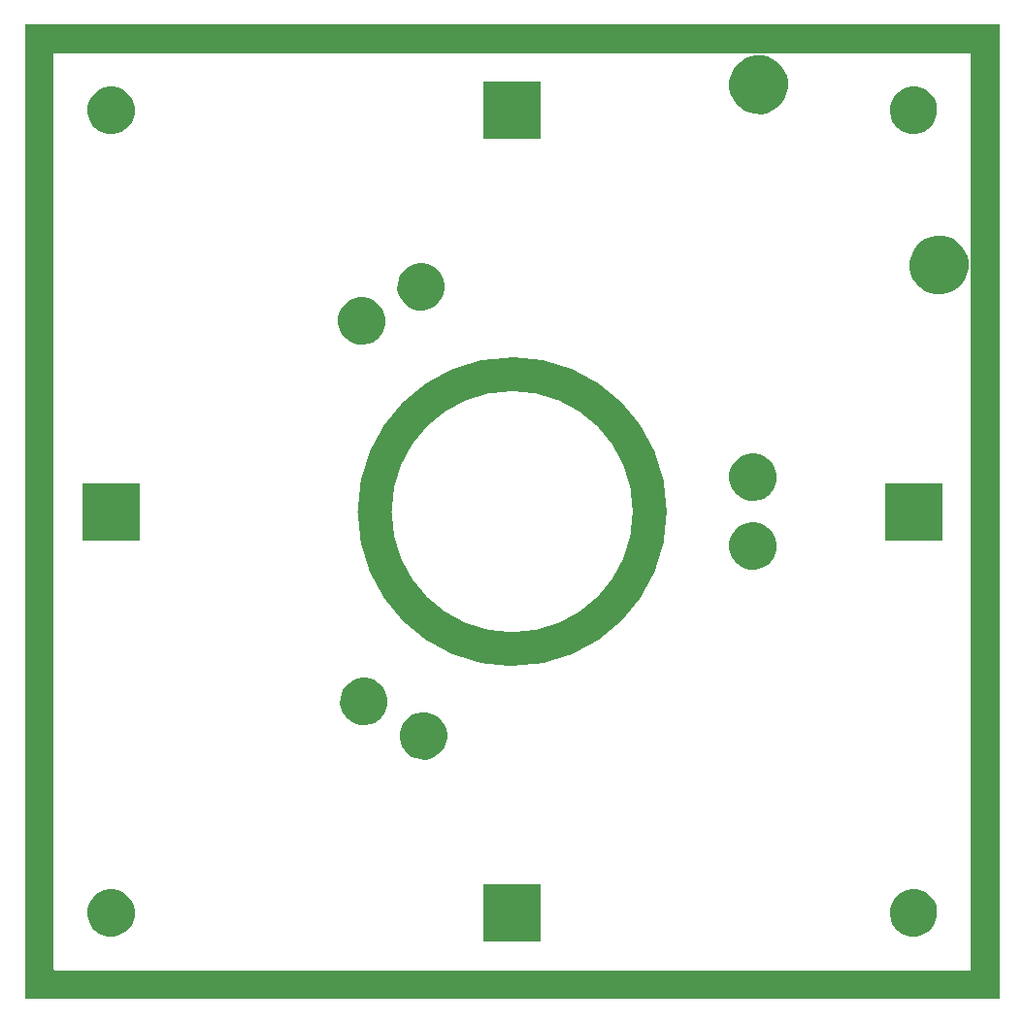
<source format=gbs>
G04 #@! TF.FileFunction,Soldermask,Bot*
%FSLAX46Y46*%
G04 Gerber Fmt 4.6, Leading zero omitted, Abs format (unit mm)*
G04 Created by KiCad (PCBNEW 4.0.2-stable) date Tue 18 Apr 2017 08:05:02 AM CEST*
%MOMM*%
G01*
G04 APERTURE LIST*
%ADD10C,0.100000*%
%ADD11C,3.000000*%
G04 APERTURE END LIST*
D10*
D11*
X112000000Y-100000000D02*
G75*
G03X112000000Y-100000000I-12000000J0D01*
G01*
D10*
G36*
X142500000Y-142500000D02*
X60040592Y-142500000D01*
X60023180Y-142502474D01*
X60006769Y-142509943D01*
X60000000Y-142514299D01*
X60000000Y-142515778D01*
X57500000Y-142515778D01*
X57500000Y-60062500D01*
X60000000Y-60062500D01*
X60000000Y-139937500D01*
X60002474Y-139954912D01*
X60009702Y-139970945D01*
X60021110Y-139984331D01*
X60035795Y-139994008D01*
X60052595Y-139999210D01*
X60062500Y-140000000D01*
X139937500Y-140000000D01*
X139954912Y-139997526D01*
X139970945Y-139990298D01*
X139984331Y-139978890D01*
X139994008Y-139964205D01*
X139999210Y-139947405D01*
X140000000Y-139937500D01*
X140000000Y-60062500D01*
X139997526Y-60045088D01*
X139990298Y-60029055D01*
X139978890Y-60015669D01*
X139964205Y-60005992D01*
X139947405Y-60000790D01*
X139937500Y-60000000D01*
X60062500Y-60000000D01*
X60045088Y-60002474D01*
X60029055Y-60009702D01*
X60015669Y-60021110D01*
X60005992Y-60035795D01*
X60000790Y-60052595D01*
X60000000Y-60062500D01*
X57500000Y-60062500D01*
X57500000Y-57500000D01*
X142500000Y-57500000D01*
X142500000Y-142500000D01*
X142500000Y-142500000D01*
G37*
G36*
X102500000Y-137500000D02*
X97500000Y-137500000D01*
X97500000Y-132500000D01*
X102500000Y-132500000D01*
X102500000Y-137500000D01*
X102500000Y-137500000D01*
G37*
G36*
X65216581Y-132939370D02*
X65612701Y-133020682D01*
X65985481Y-133177384D01*
X66320731Y-133403513D01*
X66605669Y-133690447D01*
X66829451Y-134027266D01*
X66983547Y-134401130D01*
X67062006Y-134797379D01*
X67062006Y-134797395D01*
X67062088Y-134797810D01*
X67055639Y-135259688D01*
X67055545Y-135260101D01*
X67055545Y-135260117D01*
X66966053Y-135654017D01*
X66801576Y-136023437D01*
X66568478Y-136353876D01*
X66275640Y-136632742D01*
X65934207Y-136849421D01*
X65557195Y-136995655D01*
X65158961Y-137065874D01*
X64754671Y-137057405D01*
X64359725Y-136970570D01*
X63989165Y-136808677D01*
X63657108Y-136577891D01*
X63376202Y-136287005D01*
X63157148Y-135947100D01*
X63008284Y-135571113D01*
X62935287Y-135173381D01*
X62940932Y-134769037D01*
X63025008Y-134373496D01*
X63184309Y-134001817D01*
X63412771Y-133668158D01*
X63701690Y-133385227D01*
X64040061Y-133163803D01*
X64414994Y-133012321D01*
X64812213Y-132936547D01*
X65216581Y-132939370D01*
X65216581Y-132939370D01*
G37*
G36*
X135216581Y-132939370D02*
X135612701Y-133020682D01*
X135985481Y-133177384D01*
X136320731Y-133403513D01*
X136605669Y-133690447D01*
X136829451Y-134027266D01*
X136983547Y-134401130D01*
X137062006Y-134797379D01*
X137062006Y-134797395D01*
X137062088Y-134797810D01*
X137055639Y-135259688D01*
X137055545Y-135260101D01*
X137055545Y-135260117D01*
X136966053Y-135654017D01*
X136801576Y-136023437D01*
X136568478Y-136353876D01*
X136275640Y-136632742D01*
X135934207Y-136849421D01*
X135557195Y-136995655D01*
X135158961Y-137065874D01*
X134754671Y-137057405D01*
X134359725Y-136970570D01*
X133989165Y-136808677D01*
X133657108Y-136577891D01*
X133376202Y-136287005D01*
X133157148Y-135947100D01*
X133008284Y-135571113D01*
X132935287Y-135173381D01*
X132940932Y-134769037D01*
X133025008Y-134373496D01*
X133184309Y-134001817D01*
X133412771Y-133668158D01*
X133701690Y-133385227D01*
X134040061Y-133163803D01*
X134414994Y-133012321D01*
X134812213Y-132936547D01*
X135216581Y-132939370D01*
X135216581Y-132939370D01*
G37*
G36*
X92474911Y-117501548D02*
X92871031Y-117582860D01*
X93243811Y-117739562D01*
X93579061Y-117965691D01*
X93863999Y-118252625D01*
X94087781Y-118589444D01*
X94241877Y-118963308D01*
X94320336Y-119359557D01*
X94320336Y-119359573D01*
X94320418Y-119359988D01*
X94313969Y-119821866D01*
X94313875Y-119822279D01*
X94313875Y-119822295D01*
X94224383Y-120216195D01*
X94059906Y-120585615D01*
X93826808Y-120916054D01*
X93533970Y-121194920D01*
X93192537Y-121411599D01*
X92815525Y-121557833D01*
X92417291Y-121628052D01*
X92013001Y-121619583D01*
X91618055Y-121532748D01*
X91247495Y-121370855D01*
X90915438Y-121140069D01*
X90634532Y-120849183D01*
X90415478Y-120509278D01*
X90266614Y-120133291D01*
X90193617Y-119735559D01*
X90199262Y-119331215D01*
X90283338Y-118935674D01*
X90442639Y-118563995D01*
X90671101Y-118230336D01*
X90960020Y-117947405D01*
X91298391Y-117725981D01*
X91673324Y-117574499D01*
X92070543Y-117498725D01*
X92474911Y-117501548D01*
X92474911Y-117501548D01*
G37*
G36*
X87278759Y-114501548D02*
X87674879Y-114582860D01*
X88047659Y-114739562D01*
X88382909Y-114965691D01*
X88667847Y-115252625D01*
X88891629Y-115589444D01*
X89045725Y-115963308D01*
X89124184Y-116359557D01*
X89124184Y-116359573D01*
X89124266Y-116359988D01*
X89117817Y-116821866D01*
X89117723Y-116822279D01*
X89117723Y-116822295D01*
X89028231Y-117216195D01*
X88863754Y-117585615D01*
X88630656Y-117916054D01*
X88337818Y-118194920D01*
X87996385Y-118411599D01*
X87619373Y-118557833D01*
X87221139Y-118628052D01*
X86816849Y-118619583D01*
X86421903Y-118532748D01*
X86051343Y-118370855D01*
X85719286Y-118140069D01*
X85438380Y-117849183D01*
X85219326Y-117509278D01*
X85070462Y-117133291D01*
X84997465Y-116735559D01*
X85003110Y-116331215D01*
X85087186Y-115935674D01*
X85246487Y-115563995D01*
X85474949Y-115230336D01*
X85763868Y-114947405D01*
X86102239Y-114725981D01*
X86477172Y-114574499D01*
X86874391Y-114498725D01*
X87278759Y-114501548D01*
X87278759Y-114501548D01*
G37*
G36*
X121216581Y-100939370D02*
X121612701Y-101020682D01*
X121985481Y-101177384D01*
X122320731Y-101403513D01*
X122605669Y-101690447D01*
X122829451Y-102027266D01*
X122983547Y-102401130D01*
X123062006Y-102797379D01*
X123062006Y-102797395D01*
X123062088Y-102797810D01*
X123055639Y-103259688D01*
X123055545Y-103260101D01*
X123055545Y-103260117D01*
X122966053Y-103654017D01*
X122801576Y-104023437D01*
X122568478Y-104353876D01*
X122275640Y-104632742D01*
X121934207Y-104849421D01*
X121557195Y-104995655D01*
X121158961Y-105065874D01*
X120754671Y-105057405D01*
X120359725Y-104970570D01*
X119989165Y-104808677D01*
X119657108Y-104577891D01*
X119376202Y-104287005D01*
X119157148Y-103947100D01*
X119008284Y-103571113D01*
X118935287Y-103173381D01*
X118940932Y-102769037D01*
X119025008Y-102373496D01*
X119184309Y-102001817D01*
X119412771Y-101668158D01*
X119701690Y-101385227D01*
X120040061Y-101163803D01*
X120414994Y-101012321D01*
X120812213Y-100936547D01*
X121216581Y-100939370D01*
X121216581Y-100939370D01*
G37*
G36*
X137500000Y-102500000D02*
X132500000Y-102500000D01*
X132500000Y-97500000D01*
X137500000Y-97500000D01*
X137500000Y-102500000D01*
X137500000Y-102500000D01*
G37*
G36*
X67500000Y-102500000D02*
X62500000Y-102500000D01*
X62500000Y-97500000D01*
X67500000Y-97500000D01*
X67500000Y-102500000D01*
X67500000Y-102500000D01*
G37*
G36*
X121216581Y-94939370D02*
X121612701Y-95020682D01*
X121985481Y-95177384D01*
X122320731Y-95403513D01*
X122605669Y-95690447D01*
X122829451Y-96027266D01*
X122983547Y-96401130D01*
X123062006Y-96797379D01*
X123062006Y-96797395D01*
X123062088Y-96797810D01*
X123055639Y-97259688D01*
X123055545Y-97260101D01*
X123055545Y-97260117D01*
X122966053Y-97654017D01*
X122801576Y-98023437D01*
X122568478Y-98353876D01*
X122275640Y-98632742D01*
X121934207Y-98849421D01*
X121557195Y-98995655D01*
X121158961Y-99065874D01*
X120754671Y-99057405D01*
X120359725Y-98970570D01*
X119989165Y-98808677D01*
X119657108Y-98577891D01*
X119376202Y-98287005D01*
X119157148Y-97947100D01*
X119008284Y-97571113D01*
X118935287Y-97173381D01*
X118940932Y-96769037D01*
X119025008Y-96373496D01*
X119184309Y-96001817D01*
X119412771Y-95668158D01*
X119701690Y-95385227D01*
X120040061Y-95163803D01*
X120414994Y-95012321D01*
X120812213Y-94936547D01*
X121216581Y-94939370D01*
X121216581Y-94939370D01*
G37*
G36*
X87074276Y-81310205D02*
X87470396Y-81391517D01*
X87843176Y-81548219D01*
X88178426Y-81774348D01*
X88463364Y-82061282D01*
X88687146Y-82398101D01*
X88841242Y-82771965D01*
X88919701Y-83168214D01*
X88919701Y-83168230D01*
X88919783Y-83168645D01*
X88913334Y-83630523D01*
X88913240Y-83630936D01*
X88913240Y-83630952D01*
X88823748Y-84024852D01*
X88659271Y-84394272D01*
X88426173Y-84724711D01*
X88133335Y-85003577D01*
X87791902Y-85220256D01*
X87414890Y-85366490D01*
X87016656Y-85436709D01*
X86612366Y-85428240D01*
X86217420Y-85341405D01*
X85846860Y-85179512D01*
X85514803Y-84948726D01*
X85233897Y-84657840D01*
X85014843Y-84317935D01*
X84865979Y-83941948D01*
X84792982Y-83544216D01*
X84798627Y-83139872D01*
X84882703Y-82744331D01*
X85042004Y-82372652D01*
X85270466Y-82038993D01*
X85559385Y-81756062D01*
X85897756Y-81534638D01*
X86272689Y-81383156D01*
X86669908Y-81307382D01*
X87074276Y-81310205D01*
X87074276Y-81310205D01*
G37*
G36*
X92270429Y-78310205D02*
X92666549Y-78391517D01*
X93039329Y-78548219D01*
X93374579Y-78774348D01*
X93659517Y-79061282D01*
X93883299Y-79398101D01*
X94037395Y-79771965D01*
X94115854Y-80168214D01*
X94115854Y-80168230D01*
X94115936Y-80168645D01*
X94109487Y-80630523D01*
X94109393Y-80630936D01*
X94109393Y-80630952D01*
X94019901Y-81024852D01*
X93855424Y-81394272D01*
X93622326Y-81724711D01*
X93329488Y-82003577D01*
X92988055Y-82220256D01*
X92611043Y-82366490D01*
X92212809Y-82436709D01*
X91808519Y-82428240D01*
X91413573Y-82341405D01*
X91043013Y-82179512D01*
X90710956Y-81948726D01*
X90430050Y-81657840D01*
X90210996Y-81317935D01*
X90062132Y-80941948D01*
X89989135Y-80544216D01*
X89994780Y-80139872D01*
X90078856Y-79744331D01*
X90238157Y-79372652D01*
X90466619Y-79038993D01*
X90755538Y-78756062D01*
X91093909Y-78534638D01*
X91468842Y-78383156D01*
X91866061Y-78307382D01*
X92270429Y-78310205D01*
X92270429Y-78310205D01*
G37*
G36*
X137508190Y-75939703D02*
X138000362Y-76040731D01*
X138463536Y-76235432D01*
X138880077Y-76516392D01*
X139234108Y-76872903D01*
X139512153Y-77291395D01*
X139703614Y-77755915D01*
X139801119Y-78248351D01*
X139801119Y-78248368D01*
X139801201Y-78248783D01*
X139793188Y-78822657D01*
X139793094Y-78823070D01*
X139793094Y-78823087D01*
X139681878Y-79312606D01*
X139477519Y-79771603D01*
X139187899Y-80182166D01*
X138824052Y-80528653D01*
X138399829Y-80797873D01*
X137931397Y-80979566D01*
X137436598Y-81066813D01*
X136934274Y-81056290D01*
X136443561Y-80948399D01*
X135983147Y-80747249D01*
X135570572Y-80460502D01*
X135221551Y-80099081D01*
X134949380Y-79676754D01*
X134764420Y-79209599D01*
X134673722Y-78715422D01*
X134680736Y-78213033D01*
X134785199Y-77721579D01*
X134983128Y-77259775D01*
X135266987Y-76845209D01*
X135625964Y-76493673D01*
X136046384Y-76218558D01*
X136512232Y-76030343D01*
X137005770Y-75936196D01*
X137508190Y-75939703D01*
X137508190Y-75939703D01*
G37*
G36*
X102500000Y-67500000D02*
X97500000Y-67500000D01*
X97500000Y-62500000D01*
X102500000Y-62500000D01*
X102500000Y-67500000D01*
X102500000Y-67500000D01*
G37*
G36*
X135216581Y-62939370D02*
X135612701Y-63020682D01*
X135985481Y-63177384D01*
X136320731Y-63403513D01*
X136605669Y-63690447D01*
X136829451Y-64027266D01*
X136983547Y-64401130D01*
X137062006Y-64797379D01*
X137062006Y-64797395D01*
X137062088Y-64797810D01*
X137055639Y-65259688D01*
X137055545Y-65260101D01*
X137055545Y-65260117D01*
X136966053Y-65654017D01*
X136801576Y-66023437D01*
X136568478Y-66353876D01*
X136275640Y-66632742D01*
X135934207Y-66849421D01*
X135557195Y-66995655D01*
X135158961Y-67065874D01*
X134754671Y-67057405D01*
X134359725Y-66970570D01*
X133989165Y-66808677D01*
X133657108Y-66577891D01*
X133376202Y-66287005D01*
X133157148Y-65947100D01*
X133008284Y-65571113D01*
X132935287Y-65173381D01*
X132940932Y-64769037D01*
X133025008Y-64373496D01*
X133184309Y-64001817D01*
X133412771Y-63668158D01*
X133701690Y-63385227D01*
X134040061Y-63163803D01*
X134414994Y-63012321D01*
X134812213Y-62936547D01*
X135216581Y-62939370D01*
X135216581Y-62939370D01*
G37*
G36*
X65216581Y-62939370D02*
X65612701Y-63020682D01*
X65985481Y-63177384D01*
X66320731Y-63403513D01*
X66605669Y-63690447D01*
X66829451Y-64027266D01*
X66983547Y-64401130D01*
X67062006Y-64797379D01*
X67062006Y-64797395D01*
X67062088Y-64797810D01*
X67055639Y-65259688D01*
X67055545Y-65260101D01*
X67055545Y-65260117D01*
X66966053Y-65654017D01*
X66801576Y-66023437D01*
X66568478Y-66353876D01*
X66275640Y-66632742D01*
X65934207Y-66849421D01*
X65557195Y-66995655D01*
X65158961Y-67065874D01*
X64754671Y-67057405D01*
X64359725Y-66970570D01*
X63989165Y-66808677D01*
X63657108Y-66577891D01*
X63376202Y-66287005D01*
X63157148Y-65947100D01*
X63008284Y-65571113D01*
X62935287Y-65173381D01*
X62940932Y-64769037D01*
X63025008Y-64373496D01*
X63184309Y-64001817D01*
X63412771Y-63668158D01*
X63701690Y-63385227D01*
X64040061Y-63163803D01*
X64414994Y-63012321D01*
X64812213Y-62936547D01*
X65216581Y-62939370D01*
X65216581Y-62939370D01*
G37*
G36*
X121769098Y-60200611D02*
X122261270Y-60301639D01*
X122724444Y-60496340D01*
X123140985Y-60777300D01*
X123495016Y-61133811D01*
X123773061Y-61552303D01*
X123964522Y-62016823D01*
X124062027Y-62509259D01*
X124062027Y-62509276D01*
X124062109Y-62509691D01*
X124054096Y-63083565D01*
X124054002Y-63083978D01*
X124054002Y-63083995D01*
X123942786Y-63573514D01*
X123738427Y-64032511D01*
X123448807Y-64443074D01*
X123084960Y-64789561D01*
X122660737Y-65058781D01*
X122192305Y-65240474D01*
X121697506Y-65327721D01*
X121195182Y-65317198D01*
X120704469Y-65209307D01*
X120244055Y-65008157D01*
X119831480Y-64721410D01*
X119482459Y-64359989D01*
X119210288Y-63937662D01*
X119025328Y-63470507D01*
X118934630Y-62976330D01*
X118941644Y-62473941D01*
X119046107Y-61982487D01*
X119244036Y-61520683D01*
X119527895Y-61106117D01*
X119886872Y-60754581D01*
X120307292Y-60479466D01*
X120773140Y-60291251D01*
X121266678Y-60197104D01*
X121769098Y-60200611D01*
X121769098Y-60200611D01*
G37*
M02*

</source>
